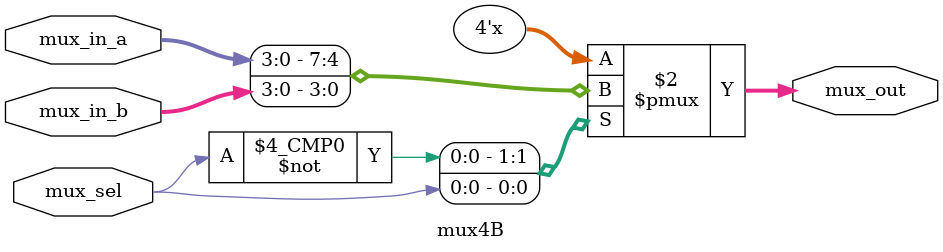
<source format=v>
`timescale 1ns / 1ps


module mux4B(
input[3:0] mux_in_a,mux_in_b,
input mux_sel,
output reg[3:0]mux_out

    );
    always@(*)
    begin
    case(mux_sel)
    1'b0:mux_out=mux_in_a;
    1'b1:mux_out=mux_in_b;
    default:mux_out=4'b0000;
    endcase
    end

  
endmodule

</source>
